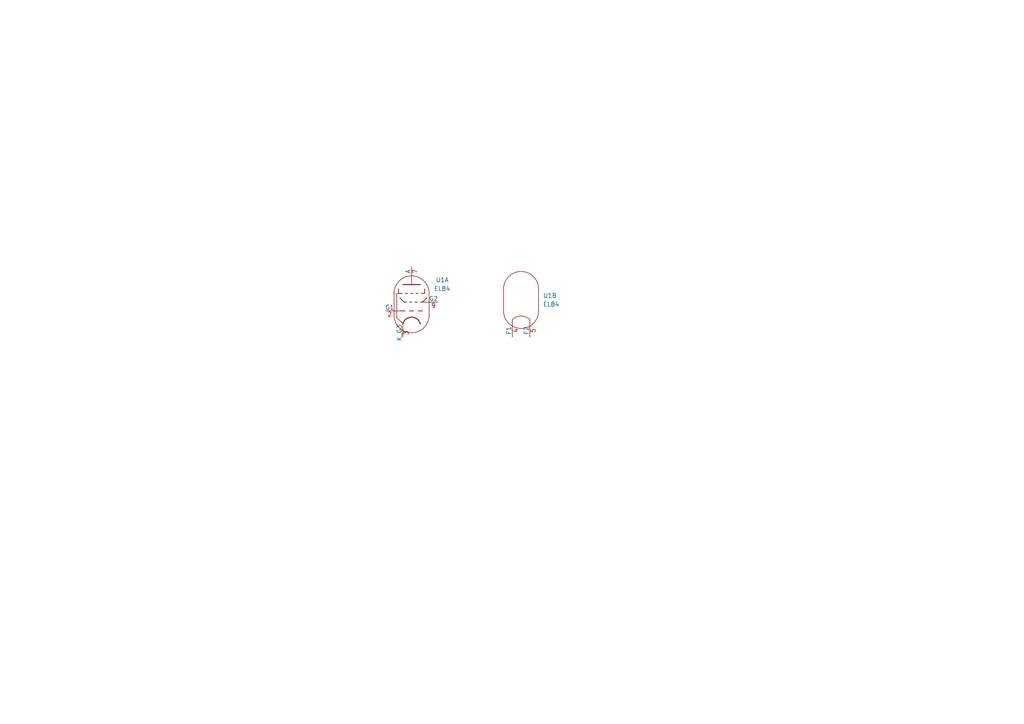
<source format=kicad_sch>
(kicad_sch (version 20250114) (generator "eeschema") (generator_version "9.0")
  (paper "A4")
  (lib_symbols
    (symbol "Valve:EL84" (pin_names (offset 0))
      (property "Reference" "U" (at 2.54 10.16 0))
      (property "Value" "EL84" (at 7.62 -7.62 0))
      (symbol "EL84_0_1"
        (polyline (pts (xy -5.08 3.81) (xy -5.08 -2.54) (xy -5.08 -2.54)))
        (arc (start -5.08 3.81) (mid 0 8.8679) (end 5.08 3.81))
        (arc (start 5.08 -2.54) (mid 0 -7.5979) (end -5.08 -2.54))
        (polyline (pts (xy 5.08 -2.54) (xy 5.08 3.81) (xy 5.08 3.81)))
      )
      (symbol "EL84_1_0"
        (polyline (pts (xy -2.54 -5.08) (xy -2.54 -7.62)))
      )
      (symbol "EL84_1_1"
        (polyline (pts (xy -5.08 -1.27) (xy -3.175 -1.27)))
        (polyline (pts (xy -4.318 -3.302) (xy -4.318 3.7338)))
        (polyline (pts (xy -4.318 -3.302) (xy -2.54 -4.826)))
        (polyline (pts (xy -4.064 3.7338) (xy -4.318 3.7338)))
        (polyline (pts (xy -3.81 5.08) (xy -3.81 3.81)) (stroke (width 0.2032)))
        (polyline (pts (xy -3.81 3.81) (xy -2.794 3.81)) (stroke (width 0.2032)))
        (polyline (pts (xy -3.429 2.54) (xy -2.159 1.27)) (stroke (width 0.2032)))
        (polyline (pts (xy -2.54 6.35) (xy 2.54 6.35) (xy 2.54 6.35)) (stroke (width 0.254)))
        (polyline (pts (xy -2.159 1.27) (xy -1.4732 1.27)) (stroke (width 0.2032)))
        (polyline (pts (xy -1.905 -1.27) (xy -3.175 -1.27)) (stroke (width 0.2032)))
        (polyline (pts (xy -1.8542 3.81) (xy -1.2192 3.81)) (stroke (width 0.2032)))
        (polyline (pts (xy -0.635 -1.27) (xy 0.635 -1.27)) (stroke (width 0.2032)))
        (polyline (pts (xy -0.5842 1.27) (xy 0.0762 1.27)) (stroke (width 0.2032)))
        (polyline (pts (xy -0.3302 3.81) (xy 0.3302 3.81)) (stroke (width 0.2032)))
        (polyline (pts (xy 0 6.35) (xy 0 8.89)))
        (arc (start -2.54 -5.08) (mid 0 -3.0968) (end 2.54 -5.08) (stroke (width 0.254)))
        (polyline (pts (xy 0.9652 1.27) (xy 1.6002 1.27)) (stroke (width 0.2032)))
        (polyline (pts (xy 1.2192 3.81) (xy 1.8542 3.81)) (stroke (width 0.2032)))
        (polyline (pts (xy 1.905 -1.27) (xy 3.175 -1.27)) (stroke (width 0.2032)))
        (polyline (pts (xy 2.54 1.27) (xy 3.175 1.27)) (stroke (width 0.2032)))
        (polyline (pts (xy 3.175 1.27) (xy 5.08 1.27)))
        (polyline (pts (xy 3.81 5.08) (xy 3.81 3.81)) (stroke (width 0.2032)))
        (polyline (pts (xy 3.81 3.81) (xy 2.794 3.81)) (stroke (width 0.2032)))
        (polyline (pts (xy 4.445 2.54) (xy 3.175 1.27)) (stroke (width 0.2032)))
        (pin input line (at -7.62 -1.27 0) (length 2.54) (name "G1") (number "2"))
        (pin bidirectional line (at -2.54 -8.89 90) (length 2.54) (name "K_G3") (number "3"))
        (pin output line (at 0 11.43 270) (length 2.54) (name "A") (number "7"))
        (pin input line (at 7.62 1.27 180) (length 2.54) (name "G2") (number "9"))
      )
      (symbol "EL84_2_1"
        (polyline (pts (xy -2.54 -5.08) (xy -2.54 -6.35) (xy -2.54 -6.35)))
        (arc (start -2.54 -5.08) (mid 0 -4.0279) (end 2.54 -5.08))
        (polyline (pts (xy 2.54 -6.35) (xy 2.54 -5.08) (xy 2.54 -5.08)))
        (pin power_in line (at -2.54 -10.16 90) (length 3.81) (name "F1") (number "4"))
        (pin power_in line (at 2.54 -10.16 90) (length 3.81) (name "F2") (number "5"))
      )
    )
  )
  (symbol (lib_id "Valve:EL84") (at 151.13 87.63 0) (unit 2)
    (property "Reference" "U1" (at 157.48 85.7249 0) (effects (justify left)))
    (property "Value" "EL84" (at 157.48 88.2649 0) (effects (justify left)))
    (property "Footprint" "Valve:Valve_Noval_P" (effects (hide yes)))
    (property "Datasheet" "http://www.r-type.org/pdfs/el84.pdf" (effects (hide yes)))
    (property "Description" "pentode, 12W" (effects (hide yes)))
  )
  (symbol (lib_id "Valve:EL84") (at 119.38 88.9 0) (unit 1)
    (property "Reference" "U1" (at 128.27 81.2098 0))
    (property "Value" "EL84" (at 128.27 83.7498 0))
    (property "Footprint" "Valve:Valve_Noval_P" (effects (hide yes)))
    (property "Datasheet" "http://www.r-type.org/pdfs/el84.pdf" (effects (hide yes)))
    (property "Description" "pentode, 12W" (effects (hide yes)))
  )
)
</source>
